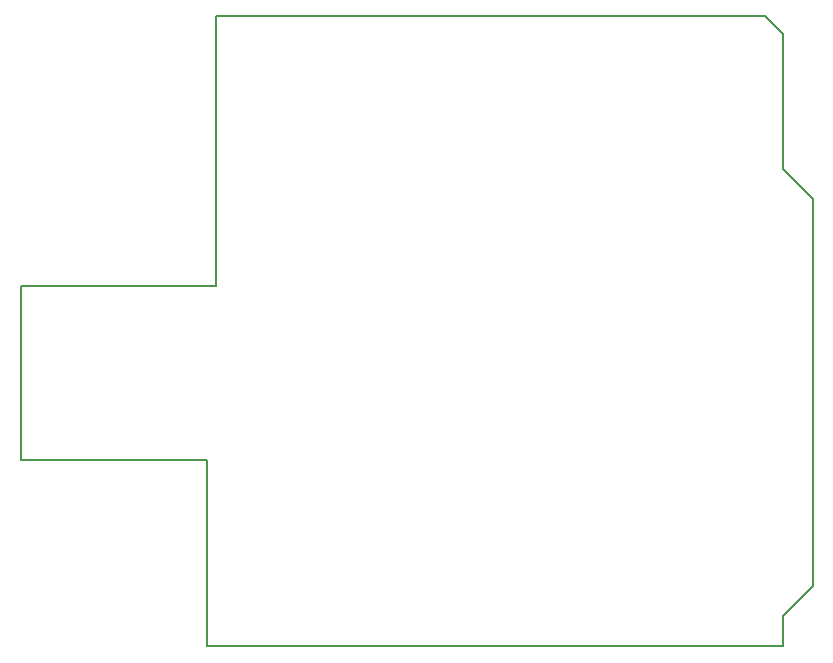
<source format=gbr>
G04 #@! TF.GenerationSoftware,KiCad,Pcbnew,5.0.2+dfsg1-1*
G04 #@! TF.CreationDate,2019-07-03T18:41:53+02:00*
G04 #@! TF.ProjectId,Ethernet_Display,45746865-726e-4657-945f-446973706c61,rev?*
G04 #@! TF.SameCoordinates,PX1170d80PY427e378*
G04 #@! TF.FileFunction,Profile,NP*
%FSLAX46Y46*%
G04 Gerber Fmt 4.6, Leading zero omitted, Abs format (unit mm)*
G04 Created by KiCad (PCBNEW 5.0.2+dfsg1-1) date Mi 03 Jul 2019 18:41:53 CEST*
%MOMM*%
%LPD*%
G01*
G04 APERTURE LIST*
%ADD10C,0.150000*%
G04 APERTURE END LIST*
D10*
X17272000Y15748000D02*
X17272000Y0D01*
X1524000Y15748000D02*
X17272000Y15748000D01*
X1524000Y30480000D02*
X1524000Y15748000D01*
X18034000Y30480000D02*
X1524000Y30480000D01*
X18034000Y53340000D02*
X18034000Y30480000D01*
X66040000Y51816000D02*
X64516000Y53340000D01*
X66040000Y40386000D02*
X66040000Y51816000D01*
X68580000Y37846000D02*
X66040000Y40386000D01*
X68580000Y5080000D02*
X68580000Y37846000D01*
X66040000Y2540000D02*
X68580000Y5080000D01*
X66040000Y0D02*
X66040000Y2540000D01*
X17272000Y0D02*
X66040000Y0D01*
X64516000Y53340000D02*
X18034000Y53340000D01*
M02*

</source>
